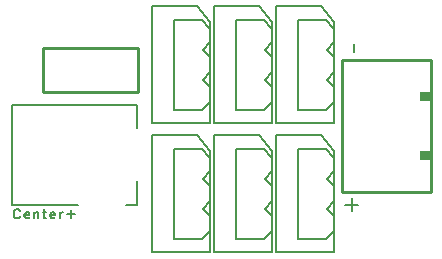
<source format=gto>
G04 DipTrace 3.2.0.1*
G04 DynamixelMUX.gto*
%MOIN*%
G04 #@! TF.FileFunction,Legend,Top*
G04 #@! TF.Part,Single*
%ADD10C,0.009843*%
%ADD14C,0.008*%
%ADD19C,0.005*%
%ADD35C,0.007008*%
%ADD36C,0.007*%
%FSLAX26Y26*%
G04*
G70*
G90*
G75*
G01*
G04 TopSilk*
%LPD*%
X814821Y894763D2*
D14*
Y973518D1*
X777376Y639782D2*
X814821D1*
Y718497D1*
Y974410D2*
X397491D1*
Y639782D2*
X619901D1*
X397491Y974410D2*
Y639782D1*
Y641727D1*
X1793465Y681654D2*
D10*
Y1122599D1*
X1498189D1*
Y681654D1*
X1793465D1*
G36*
X1758711Y787966D2*
X1790217D1*
Y819449D1*
X1758711D1*
Y787966D1*
G37*
G36*
Y984803D2*
X1790217D1*
Y1016287D1*
X1758711D1*
Y984803D1*
G37*
X866418Y1301575D2*
D19*
Y911811D1*
X1059330D1*
X1059465Y1030689D2*
Y1080696D1*
Y1130703D1*
Y1180709D1*
Y1230677D1*
X1059445Y1250009D1*
X1016029Y1301575D1*
X866418D1*
X1058461Y1181684D2*
X1033461Y1156700D1*
X1058461Y1131677D1*
X1059330Y1081709D2*
X1035469Y1056686D1*
X1059330Y1031703D1*
Y981696D1*
Y914968D1*
X1057457Y982709D2*
X1032457Y956712D1*
X938463Y956673D1*
Y1256713D1*
X1031473Y1256674D1*
X1056473Y1228689D1*
X866418Y872441D2*
Y482677D1*
X1059330D1*
X1059465Y601555D2*
Y651562D1*
Y701569D1*
Y751575D1*
Y801543D1*
X1059445Y820875D1*
X1016029Y872441D1*
X866418D1*
X1058461Y752550D2*
X1033461Y727566D1*
X1058461Y702543D1*
X1059330Y652575D2*
X1035469Y627553D1*
X1059330Y602569D1*
Y552562D1*
Y485834D1*
X1057457Y553575D2*
X1032457Y527578D1*
X938463Y527539D1*
Y827579D1*
X1031473Y827540D1*
X1056473Y799555D1*
X1073110Y1301575D2*
Y911811D1*
X1266023D1*
X1266158Y1030689D2*
Y1080696D1*
Y1130703D1*
Y1180709D1*
Y1230677D1*
X1266138Y1250009D1*
X1222722Y1301575D1*
X1073110D1*
X1265154Y1181684D2*
X1240154Y1156700D1*
X1265154Y1131677D1*
X1266023Y1081709D2*
X1242162Y1056686D1*
X1266023Y1031703D1*
Y981696D1*
Y914968D1*
X1264150Y982709D2*
X1239150Y956712D1*
X1145156Y956673D1*
Y1256713D1*
X1238166Y1256674D1*
X1263165Y1228689D1*
X1073110Y872441D2*
Y482677D1*
X1266023D1*
X1266158Y601555D2*
Y651562D1*
Y701569D1*
Y751575D1*
Y801543D1*
X1266138Y820875D1*
X1222722Y872441D1*
X1073110D1*
X1265154Y752550D2*
X1240154Y727566D1*
X1265154Y702543D1*
X1266023Y652575D2*
X1242162Y627553D1*
X1266023Y602569D1*
Y552562D1*
Y485834D1*
X1264150Y553575D2*
X1239150Y527578D1*
X1145156Y527539D1*
Y827579D1*
X1238166Y827540D1*
X1263165Y799555D1*
X1279803Y1301575D2*
Y911811D1*
X1472715D1*
X1472851Y1030689D2*
Y1080696D1*
Y1130703D1*
Y1180709D1*
Y1230677D1*
X1472831Y1250009D1*
X1429415Y1301575D1*
X1279803D1*
X1471847Y1181684D2*
X1446847Y1156700D1*
X1471847Y1131677D1*
X1472715Y1081709D2*
X1448855Y1056686D1*
X1472715Y1031703D1*
Y981696D1*
Y914968D1*
X1470843Y982709D2*
X1445843Y956712D1*
X1351849Y956673D1*
Y1256713D1*
X1444859Y1256674D1*
X1469858Y1228689D1*
X1279803Y872441D2*
Y482677D1*
X1472715D1*
X1472851Y601555D2*
Y651562D1*
Y701569D1*
Y751575D1*
Y801543D1*
X1472831Y820875D1*
X1429415Y872441D1*
X1279803D1*
X1471847Y752550D2*
X1446847Y727566D1*
X1471847Y702543D1*
X1472715Y652575D2*
X1448855Y627553D1*
X1472715Y602569D1*
Y552562D1*
Y485834D1*
X1470843Y553575D2*
X1445843Y527578D1*
X1351849Y527539D1*
Y827579D1*
X1444859Y827540D1*
X1469858Y799555D1*
X501811Y1161418D2*
D10*
X816772D1*
Y1017717D1*
X501811D1*
Y1161418D1*
X1530047Y661978D2*
D35*
Y618923D1*
X1508547Y640423D2*
X1551602D1*
X1539381Y1148649D2*
Y1176283D1*
X425065Y618679D2*
D36*
X423640Y621531D1*
X420754Y624416D1*
X417903Y625842D1*
X412166D1*
X409280Y624416D1*
X406429Y621531D1*
X404969Y618679D1*
X403544Y614368D1*
Y607172D1*
X404969Y602894D1*
X406429Y600009D1*
X409280Y597157D1*
X412166Y595698D1*
X417903D1*
X420754Y597157D1*
X423640Y600009D1*
X425065Y602894D1*
X439065Y607172D2*
X456276D1*
Y610057D1*
X454850Y612942D1*
X453425Y614368D1*
X450539Y615794D1*
X446228D1*
X443376Y614368D1*
X440491Y611483D1*
X439065Y607172D1*
Y604320D1*
X440491Y600009D1*
X443376Y597157D1*
X446228Y595698D1*
X450539D1*
X453425Y597157D1*
X456276Y600009D1*
X470276Y615794D2*
Y595698D1*
Y610057D2*
X474587Y614368D1*
X477473Y615794D1*
X481750D1*
X484635Y614368D1*
X486061Y610057D1*
Y595698D1*
X504372Y625842D2*
Y601435D1*
X505798Y597157D1*
X508683Y595698D1*
X511535D1*
X500061Y615794D2*
X510109D1*
X525535Y607172D2*
X542746D1*
Y610057D1*
X541320Y612942D1*
X539894Y614368D1*
X537009Y615794D1*
X532698D1*
X529846Y614368D1*
X526961Y611483D1*
X525535Y607172D1*
Y604320D1*
X526961Y600009D1*
X529846Y597157D1*
X532698Y595698D1*
X537009D1*
X539894Y597157D1*
X542746Y600009D1*
X556746Y615794D2*
Y595698D1*
Y607172D2*
X558205Y611483D1*
X561057Y614368D1*
X563942Y615794D1*
X568253D1*
X595153Y623670D2*
Y597837D1*
X582253Y610737D2*
X608086D1*
M02*

</source>
